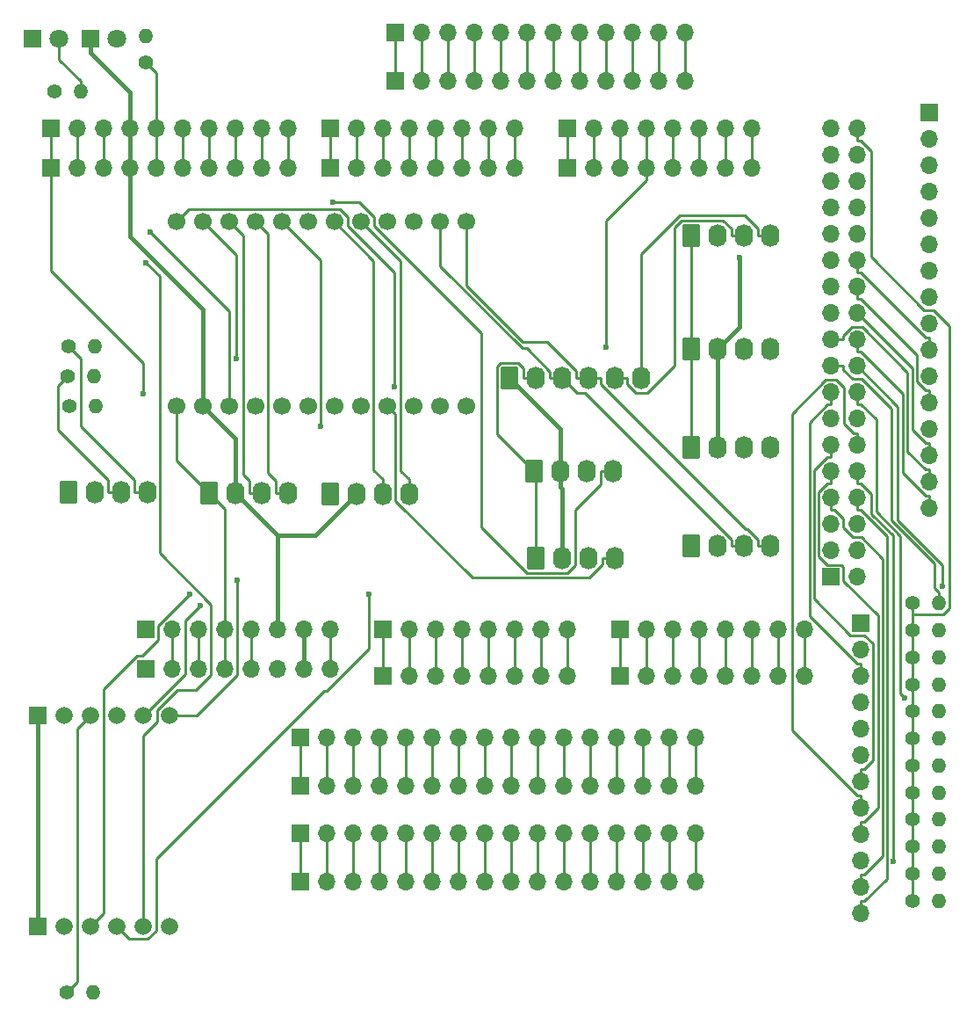
<source format=gbr>
%TF.GenerationSoftware,KiCad,Pcbnew,8.0.2-1*%
%TF.CreationDate,2024-08-19T19:19:17+10:00*%
%TF.ProjectId,Forward OLED,466f7277-6172-4642-904f-4c45442e6b69,rev?*%
%TF.SameCoordinates,Original*%
%TF.FileFunction,Copper,L2,Bot*%
%TF.FilePolarity,Positive*%
%FSLAX46Y46*%
G04 Gerber Fmt 4.6, Leading zero omitted, Abs format (unit mm)*
G04 Created by KiCad (PCBNEW 8.0.2-1) date 2024-08-19 19:19:17*
%MOMM*%
%LPD*%
G01*
G04 APERTURE LIST*
G04 Aperture macros list*
%AMRoundRect*
0 Rectangle with rounded corners*
0 $1 Rounding radius*
0 $2 $3 $4 $5 $6 $7 $8 $9 X,Y pos of 4 corners*
0 Add a 4 corners polygon primitive as box body*
4,1,4,$2,$3,$4,$5,$6,$7,$8,$9,$2,$3,0*
0 Add four circle primitives for the rounded corners*
1,1,$1+$1,$2,$3*
1,1,$1+$1,$4,$5*
1,1,$1+$1,$6,$7*
1,1,$1+$1,$8,$9*
0 Add four rect primitives between the rounded corners*
20,1,$1+$1,$2,$3,$4,$5,0*
20,1,$1+$1,$4,$5,$6,$7,0*
20,1,$1+$1,$6,$7,$8,$9,0*
20,1,$1+$1,$8,$9,$2,$3,0*%
G04 Aperture macros list end*
%TA.AperFunction,ComponentPad*%
%ADD10R,1.700000X1.700000*%
%TD*%
%TA.AperFunction,ComponentPad*%
%ADD11O,1.700000X1.700000*%
%TD*%
%TA.AperFunction,ComponentPad*%
%ADD12C,1.700000*%
%TD*%
%TA.AperFunction,ComponentPad*%
%ADD13C,1.400000*%
%TD*%
%TA.AperFunction,ComponentPad*%
%ADD14O,1.400000X1.400000*%
%TD*%
%TA.AperFunction,ComponentPad*%
%ADD15RoundRect,0.250000X-0.620000X-0.845000X0.620000X-0.845000X0.620000X0.845000X-0.620000X0.845000X0*%
%TD*%
%TA.AperFunction,ComponentPad*%
%ADD16O,1.740000X2.190000*%
%TD*%
%TA.AperFunction,ComponentPad*%
%ADD17R,1.800000X1.800000*%
%TD*%
%TA.AperFunction,ComponentPad*%
%ADD18C,1.800000*%
%TD*%
%TA.AperFunction,ComponentPad*%
%ADD19R,1.665000X1.665000*%
%TD*%
%TA.AperFunction,ComponentPad*%
%ADD20C,1.665000*%
%TD*%
%TA.AperFunction,ViaPad*%
%ADD21C,0.600000*%
%TD*%
%TA.AperFunction,Conductor*%
%ADD22C,0.400000*%
%TD*%
%TA.AperFunction,Conductor*%
%ADD23C,0.250000*%
%TD*%
G04 APERTURE END LIST*
D10*
%TO.P,J45,1,Pin_1*%
%TO.N,GND*%
X193980000Y-92380000D03*
D11*
%TO.P,J45,2,Pin_2*%
X196520000Y-92380000D03*
%TO.P,J45,3,Pin_3*%
%TO.N,SCLK*%
X193980000Y-89840000D03*
%TO.P,J45,4,Pin_4*%
%TO.N,ES1_RST*%
X196520000Y-89840000D03*
%TO.P,J45,5,Pin_5*%
%TO.N,MISO*%
X193980000Y-87300000D03*
%TO.P,J45,6,Pin_6*%
%TO.N,MOSI*%
X196520000Y-87300000D03*
%TO.P,J45,7,Pin_7*%
%TO.N,D48*%
X193980000Y-84760000D03*
%TO.P,J45,8,Pin_8*%
%TO.N,D49*%
X196520000Y-84760000D03*
%TO.P,J45,9,Pin_9*%
%TO.N,D46*%
X193980000Y-82220000D03*
%TO.P,J45,10,Pin_10*%
%TO.N,D47*%
X196520000Y-82220000D03*
%TO.P,J45,11,Pin_11*%
%TO.N,D44*%
X193980000Y-79680000D03*
%TO.P,J45,12,Pin_12*%
%TO.N,D45*%
X196520000Y-79680000D03*
%TO.P,J45,13,Pin_13*%
%TO.N,D42*%
X193980000Y-77140000D03*
%TO.P,J45,14,Pin_14*%
%TO.N,D43*%
X196520000Y-77140000D03*
%TO.P,J45,15,Pin_15*%
%TO.N,D40*%
X193980000Y-74600000D03*
%TO.P,J45,16,Pin_16*%
%TO.N,D41*%
X196520000Y-74600000D03*
%TO.P,J45,17,Pin_17*%
%TO.N,D38*%
X193980000Y-72060000D03*
%TO.P,J45,18,Pin_18*%
%TO.N,D39*%
X196520000Y-72060000D03*
%TO.P,J45,19,Pin_19*%
%TO.N,D36*%
X193980000Y-69520000D03*
%TO.P,J45,20,Pin_20*%
%TO.N,D37*%
X196520000Y-69520000D03*
%TO.P,J45,21,Pin_21*%
%TO.N,D34*%
X193980000Y-66980000D03*
%TO.P,J45,22,Pin_22*%
%TO.N,D35*%
X196520000Y-66980000D03*
%TO.P,J45,23,Pin_23*%
%TO.N,D32*%
X193980000Y-64440000D03*
%TO.P,J45,24,Pin_24*%
%TO.N,D33*%
X196520000Y-64440000D03*
%TO.P,J45,25,Pin_25*%
%TO.N,D30*%
X193980000Y-61900000D03*
%TO.P,J45,26,Pin_26*%
%TO.N,D31*%
X196520000Y-61900000D03*
%TO.P,J45,27,Pin_27*%
%TO.N,D28*%
X193980000Y-59360000D03*
%TO.P,J45,28,Pin_28*%
%TO.N,D29*%
X196520000Y-59360000D03*
%TO.P,J45,29,Pin_29*%
%TO.N,D26*%
X193980000Y-56820000D03*
%TO.P,J45,30,Pin_30*%
%TO.N,D27*%
X196520000Y-56820000D03*
%TO.P,J45,31,Pin_31*%
%TO.N,D24*%
X193980000Y-54280000D03*
%TO.P,J45,32,Pin_32*%
%TO.N,D25*%
X196520000Y-54280000D03*
%TO.P,J45,33,Pin_33*%
%TO.N,D22*%
X193980000Y-51740000D03*
%TO.P,J45,34,Pin_34*%
%TO.N,D23*%
X196520000Y-51740000D03*
%TO.P,J45,35,Pin_35*%
%TO.N,+5V*%
X193980000Y-49200000D03*
%TO.P,J45,36,Pin_36*%
X196520000Y-49200000D03*
%TD*%
D10*
%TO.P,J42,1,Pin_1*%
%TO.N,unconnected-(J42-Pin_1-Pad1)*%
X127940000Y-97460000D03*
D11*
%TO.P,J42,2,Pin_2*%
%TO.N,/IOREF*%
X130480000Y-97460000D03*
%TO.P,J42,3,Pin_3*%
%TO.N,/~{RESET}*%
X133020000Y-97460000D03*
%TO.P,J42,4,Pin_4*%
%TO.N,+3V3*%
X135560000Y-97460000D03*
%TO.P,J42,5,Pin_5*%
%TO.N,+5V*%
X138100000Y-97460000D03*
%TO.P,J42,6,Pin_6*%
%TO.N,GND*%
X140640000Y-97460000D03*
%TO.P,J42,7,Pin_7*%
X143180000Y-97460000D03*
%TO.P,J42,8,Pin_8*%
%TO.N,VCC*%
X145720000Y-97460000D03*
%TD*%
D10*
%TO.P,J43,1,Pin_1*%
%TO.N,A0 D54*%
X150800000Y-97460000D03*
D11*
%TO.P,J43,2,Pin_2*%
%TO.N,A1 D55*%
X153340000Y-97460000D03*
%TO.P,J43,3,Pin_3*%
%TO.N,A2 D56*%
X155880000Y-97460000D03*
%TO.P,J43,4,Pin_4*%
%TO.N,A3 D57*%
X158420000Y-97460000D03*
%TO.P,J43,5,Pin_5*%
%TO.N,A4 D58*%
X160960000Y-97460000D03*
%TO.P,J43,6,Pin_6*%
%TO.N,A5 D59*%
X163500000Y-97460000D03*
%TO.P,J43,7,Pin_7*%
%TO.N,A6 D60*%
X166040000Y-97460000D03*
%TO.P,J43,8,Pin_8*%
%TO.N,A7 D61*%
X168580000Y-97460000D03*
%TD*%
D10*
%TO.P,J44,1,Pin_1*%
%TO.N,A8 D62*%
X173660000Y-97460000D03*
D11*
%TO.P,J44,2,Pin_2*%
%TO.N,A9 D63*%
X176200000Y-97460000D03*
%TO.P,J44,3,Pin_3*%
%TO.N,A10 D64*%
X178740000Y-97460000D03*
%TO.P,J44,4,Pin_4*%
%TO.N,A11 D65*%
X181280000Y-97460000D03*
%TO.P,J44,5,Pin_5*%
%TO.N,A12 D66*%
X183820000Y-97460000D03*
%TO.P,J44,6,Pin_6*%
%TO.N,A13 D67*%
X186360000Y-97460000D03*
%TO.P,J44,7,Pin_7*%
%TO.N,A14 D68*%
X188900000Y-97460000D03*
%TO.P,J44,8,Pin_8*%
%TO.N,A15 D69*%
X191440000Y-97460000D03*
%TD*%
D10*
%TO.P,J46,1,Pin_1*%
%TO.N,D21 SCL*%
X118796000Y-49200000D03*
D11*
%TO.P,J46,2,Pin_2*%
%TO.N,D20 SDA*%
X121336000Y-49200000D03*
%TO.P,J46,3,Pin_3*%
%TO.N,/AREF*%
X123876000Y-49200000D03*
%TO.P,J46,4,Pin_4*%
%TO.N,GND*%
X126416000Y-49200000D03*
%TO.P,J46,5,Pin_5*%
%TO.N,/\u002A13*%
X128956000Y-49200000D03*
%TO.P,J46,6,Pin_6*%
%TO.N,/\u002A12*%
X131496000Y-49200000D03*
%TO.P,J46,7,Pin_7*%
%TO.N,D11*%
X134036000Y-49200000D03*
%TO.P,J46,8,Pin_8*%
%TO.N,SS*%
X136576000Y-49200000D03*
%TO.P,J46,9,Pin_9*%
%TO.N,D9*%
X139116000Y-49200000D03*
%TO.P,J46,10,Pin_10*%
%TO.N,D8*%
X141656000Y-49200000D03*
%TD*%
D10*
%TO.P,J47,1,Pin_1*%
%TO.N,D7*%
X145720000Y-49200000D03*
D11*
%TO.P,J47,2,Pin_2*%
%TO.N,D6*%
X148260000Y-49200000D03*
%TO.P,J47,3,Pin_3*%
%TO.N,D5*%
X150800000Y-49200000D03*
%TO.P,J47,4,Pin_4*%
%TO.N,D4*%
X153340000Y-49200000D03*
%TO.P,J47,5,Pin_5*%
%TO.N,D3*%
X155880000Y-49200000D03*
%TO.P,J47,6,Pin_6*%
%TO.N,BACKLIGHT*%
X158420000Y-49200000D03*
%TO.P,J47,7,Pin_7*%
%TO.N,/TX0{slash}1*%
X160960000Y-49200000D03*
%TO.P,J47,8,Pin_8*%
%TO.N,/RX0{slash}0*%
X163500000Y-49200000D03*
%TD*%
D10*
%TO.P,J48,1,Pin_1*%
%TO.N,D14*%
X168580000Y-49200000D03*
D11*
%TO.P,J48,2,Pin_2*%
%TO.N,D15*%
X171120000Y-49200000D03*
%TO.P,J48,3,Pin_3*%
%TO.N,D16*%
X173660000Y-49200000D03*
%TO.P,J48,4,Pin_4*%
%TO.N,D17*%
X176200000Y-49200000D03*
%TO.P,J48,5,Pin_5*%
%TO.N,D18*%
X178740000Y-49200000D03*
%TO.P,J48,6,Pin_6*%
%TO.N,D19*%
X181280000Y-49200000D03*
%TO.P,J48,7,Pin_7*%
%TO.N,D20 SDA*%
X183820000Y-49200000D03*
%TO.P,J48,8,Pin_8*%
%TO.N,D21 SCL*%
X186360000Y-49200000D03*
%TD*%
D12*
%TO.P,U4,1,VCC*%
%TO.N,+3V3*%
X130900000Y-75930000D03*
%TO.P,U4,2,GND*%
%TO.N,GND*%
X133440000Y-75930000D03*
%TO.P,U4,3,SDA*%
%TO.N,D20 SDA*%
X135980000Y-75930000D03*
%TO.P,U4,4,SCL*%
%TO.N,D21 SCL*%
X138520000Y-75930000D03*
%TO.P,U4,5,~{RESET}*%
%TO.N,D16*%
X141060000Y-75930000D03*
%TO.P,U4,6,A0*%
%TO.N,D19*%
X143600000Y-75930000D03*
%TO.P,U4,7,A1*%
%TO.N,D18*%
X146140000Y-75930000D03*
%TO.P,U4,8,A2*%
%TO.N,D17*%
X148680000Y-75930000D03*
%TO.P,U4,9,SD0*%
%TO.N,/OLED/SD0*%
X151220000Y-75930000D03*
%TO.P,U4,10,SC0*%
%TO.N,/OLED/SC0*%
X153760000Y-75930000D03*
%TO.P,U4,11,SD1*%
%TO.N,/OLED/SD1*%
X156300000Y-75930000D03*
%TO.P,U4,12,SC1*%
%TO.N,/OLED/SC1*%
X158840000Y-75930000D03*
%TO.P,U4,13,SD2*%
%TO.N,/OLED/SD2*%
X158840000Y-58150000D03*
%TO.P,U4,14,SC2*%
%TO.N,/OLED/SC2*%
X156300000Y-58150000D03*
%TO.P,U4,15,SD3*%
%TO.N,/OLED/SD3*%
X153760000Y-58150000D03*
%TO.P,U4,16,SC3*%
%TO.N,/OLED/SC3*%
X151220000Y-58150000D03*
%TO.P,U4,17,SD4*%
%TO.N,/OLED/SD4*%
X148680000Y-58150000D03*
%TO.P,U4,18,SC4*%
%TO.N,/OLED/SC4*%
X146140000Y-58150000D03*
%TO.P,U4,19,SD5*%
%TO.N,/OLED/SD5*%
X143600000Y-58150000D03*
%TO.P,U4,20,SC5*%
%TO.N,/OLED/SC5*%
X141060000Y-58150000D03*
%TO.P,U4,21,SD6*%
%TO.N,/OLED/SD6*%
X138520000Y-58150000D03*
%TO.P,U4,22,SC6*%
%TO.N,/OLED/SC6*%
X135980000Y-58150000D03*
%TO.P,U4,23,SD7*%
%TO.N,/OLED/SD7*%
X133440000Y-58150000D03*
%TO.P,U4,24,SC7*%
%TO.N,/OLED/SC7*%
X130900000Y-58150000D03*
%TD*%
D13*
%TO.P,R4,1*%
%TO.N,/\u002A12*%
X119100000Y-45644000D03*
D14*
%TO.P,R4,2*%
%TO.N,Net-(D2-A)*%
X121640000Y-45644000D03*
%TD*%
D13*
%TO.P,R16,1*%
%TO.N,+5V*%
X201850000Y-94900000D03*
D14*
%TO.P,R16,2*%
%TO.N,D38*%
X204390000Y-94900000D03*
%TD*%
D13*
%TO.P,R2,1*%
%TO.N,Net-(J3-Pin_3)*%
X120430000Y-73050000D03*
D14*
%TO.P,R2,2*%
%TO.N,D3*%
X122970000Y-73050000D03*
%TD*%
D15*
%TO.P,J56,1,Pin_1*%
%TO.N,+3V3*%
X180480000Y-70432200D03*
D16*
%TO.P,J56,2,Pin_2*%
%TO.N,GND*%
X183020000Y-70432200D03*
%TO.P,J56,3,Pin_3*%
%TO.N,/OLED/SC3*%
X185560000Y-70432200D03*
%TO.P,J56,4,Pin_4*%
%TO.N,/OLED/SD3*%
X188100000Y-70432200D03*
%TD*%
D13*
%TO.P,R19,1*%
%TO.N,+5V*%
X201850000Y-102713600D03*
D14*
%TO.P,R19,2*%
%TO.N,D41*%
X204390000Y-102713600D03*
%TD*%
D13*
%TO.P,R5,1*%
%TO.N,+3V3*%
X120325000Y-132385000D03*
D14*
%TO.P,R5,2*%
%TO.N,Net-(U1-INT)*%
X122865000Y-132385000D03*
%TD*%
D15*
%TO.P,J21,1,Pin_1*%
%TO.N,+3V3*%
X165510000Y-90550000D03*
D16*
%TO.P,J21,2,Pin_2*%
%TO.N,GND*%
X168050000Y-90550000D03*
%TO.P,J21,3,Pin_3*%
%TO.N,/OLED/SC0*%
X170590000Y-90550000D03*
%TO.P,J21,4,Pin_4*%
%TO.N,/OLED/SD0*%
X173130000Y-90550000D03*
%TD*%
D10*
%TO.P,J33,1,Pin_1*%
%TO.N,A8 D62*%
X173660000Y-101905000D03*
D11*
%TO.P,J33,2,Pin_2*%
%TO.N,A9 D63*%
X176200000Y-101905000D03*
%TO.P,J33,3,Pin_3*%
%TO.N,A10 D64*%
X178740000Y-101905000D03*
%TO.P,J33,4,Pin_4*%
%TO.N,A11 D65*%
X181280000Y-101905000D03*
%TO.P,J33,5,Pin_5*%
%TO.N,A12 D66*%
X183820000Y-101905000D03*
%TO.P,J33,6,Pin_6*%
%TO.N,A13 D67*%
X186360000Y-101905000D03*
%TO.P,J33,7,Pin_7*%
%TO.N,A14 D68*%
X188900000Y-101905000D03*
%TO.P,J33,8,Pin_8*%
%TO.N,A15 D69*%
X191440000Y-101905000D03*
%TD*%
D13*
%TO.P,R28,1*%
%TO.N,Net-(J3-Pin_4)*%
X120480000Y-70150000D03*
D14*
%TO.P,R28,2*%
%TO.N,BACKLIGHT*%
X123020000Y-70150000D03*
%TD*%
D10*
%TO.P,J2,1,Pin_1*%
%TO.N,D38*%
X196850000Y-96810000D03*
D11*
%TO.P,J2,2,Pin_2*%
%TO.N,D39*%
X196850000Y-99350000D03*
%TO.P,J2,3,Pin_3*%
%TO.N,D40*%
X196850000Y-101890000D03*
%TO.P,J2,4,Pin_4*%
%TO.N,D41*%
X196850000Y-104430000D03*
%TO.P,J2,5,Pin_5*%
%TO.N,D42*%
X196850000Y-106970000D03*
%TO.P,J2,6,Pin_6*%
%TO.N,D43*%
X196850000Y-109510000D03*
%TO.P,J2,7,Pin_7*%
%TO.N,D44*%
X196850000Y-112050000D03*
%TO.P,J2,8,Pin_8*%
%TO.N,D45*%
X196850000Y-114590000D03*
%TO.P,J2,9,Pin_9*%
%TO.N,D46*%
X196850000Y-117130000D03*
%TO.P,J2,10,Pin_10*%
%TO.N,D47*%
X196850000Y-119670000D03*
%TO.P,J2,11,Pin_11*%
%TO.N,D48*%
X196850000Y-122210000D03*
%TO.P,J2,12,Pin_12*%
%TO.N,D49*%
X196850000Y-124750000D03*
%TD*%
D10*
%TO.P,J41,1,Pin_1*%
%TO.N,unconnected-(J41-Pin_1-Pad1)*%
X127940000Y-101270000D03*
D11*
%TO.P,J41,2,Pin_2*%
%TO.N,/IOREF*%
X130480000Y-101270000D03*
%TO.P,J41,3,Pin_3*%
%TO.N,/~{RESET}*%
X133020000Y-101270000D03*
%TO.P,J41,4,Pin_4*%
%TO.N,+3V3*%
X135560000Y-101270000D03*
%TO.P,J41,5,Pin_5*%
%TO.N,+5V*%
X138100000Y-101270000D03*
%TO.P,J41,6,Pin_6*%
%TO.N,GND*%
X140640000Y-101270000D03*
%TO.P,J41,7,Pin_7*%
X143180000Y-101270000D03*
%TO.P,J41,8,Pin_8*%
%TO.N,VCC*%
X145720000Y-101270000D03*
%TD*%
D10*
%TO.P,J37,1,Pin_1*%
%TO.N,Net-(J35-Pin_1)*%
X151980000Y-39950000D03*
D11*
%TO.P,J37,2,Pin_2*%
%TO.N,Net-(J35-Pin_2)*%
X154520000Y-39950000D03*
%TO.P,J37,3,Pin_3*%
%TO.N,Net-(J35-Pin_3)*%
X157060000Y-39950000D03*
%TO.P,J37,4,Pin_4*%
%TO.N,Net-(J35-Pin_4)*%
X159600000Y-39950000D03*
%TO.P,J37,5,Pin_5*%
%TO.N,Net-(J35-Pin_5)*%
X162140000Y-39950000D03*
%TO.P,J37,6,Pin_6*%
%TO.N,Net-(J35-Pin_6)*%
X164680000Y-39950000D03*
%TO.P,J37,7,Pin_7*%
%TO.N,Net-(J35-Pin_7)*%
X167220000Y-39950000D03*
%TO.P,J37,8,Pin_8*%
%TO.N,Net-(J35-Pin_8)*%
X169760000Y-39950000D03*
%TO.P,J37,9,Pin_9*%
%TO.N,Net-(J35-Pin_9)*%
X172300000Y-39950000D03*
%TO.P,J37,10,Pin_10*%
%TO.N,Net-(J35-Pin_10)*%
X174840000Y-39950000D03*
%TO.P,J37,11,Pin_11*%
%TO.N,Net-(J35-Pin_11)*%
X177380000Y-39950000D03*
%TO.P,J37,12,Pin_12*%
%TO.N,Net-(J35-Pin_12)*%
X179920000Y-39950000D03*
%TD*%
D10*
%TO.P,J50,1,Pin_1*%
%TO.N,Net-(J40-Pin_1)*%
X142820000Y-107800000D03*
D11*
%TO.P,J50,2,Pin_2*%
%TO.N,Net-(J40-Pin_2)*%
X145360000Y-107800000D03*
%TO.P,J50,3,Pin_3*%
%TO.N,Net-(J40-Pin_3)*%
X147900000Y-107800000D03*
%TO.P,J50,4,Pin_4*%
%TO.N,Net-(J40-Pin_4)*%
X150440000Y-107800000D03*
%TO.P,J50,5,Pin_5*%
%TO.N,Net-(J40-Pin_5)*%
X152980000Y-107800000D03*
%TO.P,J50,6,Pin_6*%
%TO.N,Net-(J40-Pin_6)*%
X155520000Y-107800000D03*
%TO.P,J50,7,Pin_7*%
%TO.N,Net-(J40-Pin_7)*%
X158060000Y-107800000D03*
%TO.P,J50,8,Pin_8*%
%TO.N,Net-(J40-Pin_8)*%
X160600000Y-107800000D03*
%TO.P,J50,9,Pin_9*%
%TO.N,Net-(J40-Pin_9)*%
X163140000Y-107800000D03*
%TO.P,J50,10,Pin_10*%
%TO.N,Net-(J40-Pin_10)*%
X165680000Y-107800000D03*
%TO.P,J50,11,Pin_11*%
%TO.N,Net-(J40-Pin_11)*%
X168220000Y-107800000D03*
%TO.P,J50,12,Pin_12*%
%TO.N,Net-(J40-Pin_12)*%
X170760000Y-107800000D03*
%TO.P,J50,13,Pin_13*%
%TO.N,Net-(J40-Pin_13)*%
X173300000Y-107800000D03*
%TO.P,J50,14,Pin_14*%
%TO.N,Net-(J40-Pin_14)*%
X175840000Y-107800000D03*
%TO.P,J50,15,Pin_15*%
%TO.N,Net-(J40-Pin_15)*%
X178380000Y-107800000D03*
%TO.P,J50,16,Pin_16*%
%TO.N,Net-(J40-Pin_16)*%
X180920000Y-107800000D03*
%TD*%
D13*
%TO.P,R18,1*%
%TO.N,+5V*%
X201850000Y-100109100D03*
D14*
%TO.P,R18,2*%
%TO.N,D40*%
X204390000Y-100109100D03*
%TD*%
D10*
%TO.P,J38,1,Pin_1*%
%TO.N,Net-(J38-Pin_1)*%
X142820000Y-121750000D03*
D11*
%TO.P,J38,2,Pin_2*%
%TO.N,Net-(J38-Pin_2)*%
X145360000Y-121750000D03*
%TO.P,J38,3,Pin_3*%
%TO.N,Net-(J38-Pin_3)*%
X147900000Y-121750000D03*
%TO.P,J38,4,Pin_4*%
%TO.N,Net-(J38-Pin_4)*%
X150440000Y-121750000D03*
%TO.P,J38,5,Pin_5*%
%TO.N,Net-(J38-Pin_5)*%
X152980000Y-121750000D03*
%TO.P,J38,6,Pin_6*%
%TO.N,Net-(J38-Pin_6)*%
X155520000Y-121750000D03*
%TO.P,J38,7,Pin_7*%
%TO.N,Net-(J38-Pin_7)*%
X158060000Y-121750000D03*
%TO.P,J38,8,Pin_8*%
%TO.N,Net-(J38-Pin_8)*%
X160600000Y-121750000D03*
%TO.P,J38,9,Pin_9*%
%TO.N,Net-(J38-Pin_9)*%
X163140000Y-121750000D03*
%TO.P,J38,10,Pin_10*%
%TO.N,Net-(J38-Pin_10)*%
X165680000Y-121750000D03*
%TO.P,J38,11,Pin_11*%
%TO.N,Net-(J38-Pin_11)*%
X168220000Y-121750000D03*
%TO.P,J38,12,Pin_12*%
%TO.N,Net-(J38-Pin_12)*%
X170760000Y-121750000D03*
%TO.P,J38,13,Pin_13*%
%TO.N,Net-(J38-Pin_13)*%
X173300000Y-121750000D03*
%TO.P,J38,14,Pin_14*%
%TO.N,Net-(J38-Pin_14)*%
X175840000Y-121750000D03*
%TO.P,J38,15,Pin_15*%
%TO.N,Net-(J38-Pin_15)*%
X178380000Y-121750000D03*
%TO.P,J38,16,Pin_16*%
%TO.N,Net-(J38-Pin_16)*%
X180920000Y-121750000D03*
%TD*%
D13*
%TO.P,R20,1*%
%TO.N,+5V*%
X201850000Y-105318200D03*
D14*
%TO.P,R20,2*%
%TO.N,D42*%
X204390000Y-105318200D03*
%TD*%
D10*
%TO.P,J35,1,Pin_1*%
%TO.N,Net-(J35-Pin_1)*%
X151980000Y-44550000D03*
D11*
%TO.P,J35,2,Pin_2*%
%TO.N,Net-(J35-Pin_2)*%
X154520000Y-44550000D03*
%TO.P,J35,3,Pin_3*%
%TO.N,Net-(J35-Pin_3)*%
X157060000Y-44550000D03*
%TO.P,J35,4,Pin_4*%
%TO.N,Net-(J35-Pin_4)*%
X159600000Y-44550000D03*
%TO.P,J35,5,Pin_5*%
%TO.N,Net-(J35-Pin_5)*%
X162140000Y-44550000D03*
%TO.P,J35,6,Pin_6*%
%TO.N,Net-(J35-Pin_6)*%
X164680000Y-44550000D03*
%TO.P,J35,7,Pin_7*%
%TO.N,Net-(J35-Pin_7)*%
X167220000Y-44550000D03*
%TO.P,J35,8,Pin_8*%
%TO.N,Net-(J35-Pin_8)*%
X169760000Y-44550000D03*
%TO.P,J35,9,Pin_9*%
%TO.N,Net-(J35-Pin_9)*%
X172300000Y-44550000D03*
%TO.P,J35,10,Pin_10*%
%TO.N,Net-(J35-Pin_10)*%
X174840000Y-44550000D03*
%TO.P,J35,11,Pin_11*%
%TO.N,Net-(J35-Pin_11)*%
X177380000Y-44550000D03*
%TO.P,J35,12,Pin_12*%
%TO.N,Net-(J35-Pin_12)*%
X179920000Y-44550000D03*
%TD*%
D13*
%TO.P,R21,1*%
%TO.N,+5V*%
X201850000Y-107922700D03*
D14*
%TO.P,R21,2*%
%TO.N,D43*%
X204390000Y-107922700D03*
%TD*%
D13*
%TO.P,R27,1*%
%TO.N,+5V*%
X201850000Y-123550000D03*
D14*
%TO.P,R27,2*%
%TO.N,D49*%
X204390000Y-123550000D03*
%TD*%
D10*
%TO.P,J26,1,Pin_1*%
%TO.N,D14*%
X168580000Y-53010000D03*
D11*
%TO.P,J26,2,Pin_2*%
%TO.N,D15*%
X171120000Y-53010000D03*
%TO.P,J26,3,Pin_3*%
%TO.N,D16*%
X173660000Y-53010000D03*
%TO.P,J26,4,Pin_4*%
%TO.N,D17*%
X176200000Y-53010000D03*
%TO.P,J26,5,Pin_5*%
%TO.N,D18*%
X178740000Y-53010000D03*
%TO.P,J26,6,Pin_6*%
%TO.N,D19*%
X181280000Y-53010000D03*
%TO.P,J26,7,Pin_7*%
%TO.N,D20 SDA*%
X183820000Y-53010000D03*
%TO.P,J26,8,Pin_8*%
%TO.N,D21 SCL*%
X186360000Y-53010000D03*
%TD*%
D13*
%TO.P,R17,1*%
%TO.N,+5V*%
X201850000Y-97504500D03*
D14*
%TO.P,R17,2*%
%TO.N,D39*%
X204390000Y-97504500D03*
%TD*%
D13*
%TO.P,R26,1*%
%TO.N,+5V*%
X201850000Y-120945400D03*
D14*
%TO.P,R26,2*%
%TO.N,D48*%
X204390000Y-120945400D03*
%TD*%
D13*
%TO.P,R23,1*%
%TO.N,+5V*%
X201850000Y-113131800D03*
D14*
%TO.P,R23,2*%
%TO.N,D45*%
X204390000Y-113131800D03*
%TD*%
D15*
%TO.P,J57,1,Pin_1*%
%TO.N,+3V3*%
X145710000Y-84400000D03*
D16*
%TO.P,J57,2,Pin_2*%
%TO.N,GND*%
X148250000Y-84400000D03*
%TO.P,J57,3,Pin_3*%
%TO.N,/OLED/SC4*%
X150790000Y-84400000D03*
%TO.P,J57,4,Pin_4*%
%TO.N,/OLED/SD4*%
X153330000Y-84400000D03*
%TD*%
D15*
%TO.P,J59,1,Pin_1*%
%TO.N,+3V3*%
X134010000Y-84300000D03*
D16*
%TO.P,J59,2,Pin_2*%
%TO.N,GND*%
X136550000Y-84300000D03*
%TO.P,J59,3,Pin_3*%
%TO.N,/OLED/SC6*%
X139090000Y-84300000D03*
%TO.P,J59,4,Pin_4*%
%TO.N,/OLED/SD6*%
X141630000Y-84300000D03*
%TD*%
D15*
%TO.P,J5,1,Pin_1*%
%TO.N,GND*%
X163000000Y-73200000D03*
D16*
%TO.P,J5,2,Pin_2*%
%TO.N,+3V3*%
X165540000Y-73200000D03*
%TO.P,J5,3,Pin_3*%
%TO.N,/OLED/SC2*%
X168080000Y-73200000D03*
%TO.P,J5,4,Pin_4*%
%TO.N,/OLED/SD2*%
X170620000Y-73200000D03*
%TO.P,J5,5,Pin_5*%
%TO.N,/OLED/SC1*%
X173160000Y-73200000D03*
%TO.P,J5,6,Pin_6*%
%TO.N,/OLED/SD1*%
X175700000Y-73200000D03*
%TD*%
D15*
%TO.P,J58,1,Pin_1*%
%TO.N,+3V3*%
X165390000Y-82220000D03*
D16*
%TO.P,J58,2,Pin_2*%
%TO.N,GND*%
X167930000Y-82220000D03*
%TO.P,J58,3,Pin_3*%
%TO.N,/OLED/SC5*%
X170470000Y-82220000D03*
%TO.P,J58,4,Pin_4*%
%TO.N,/OLED/SD5*%
X173010000Y-82220000D03*
%TD*%
D10*
%TO.P,J1,1,Pin_1*%
%TO.N,D22*%
X203450000Y-47600000D03*
D11*
%TO.P,J1,2,Pin_2*%
%TO.N,D23*%
X203450000Y-50140000D03*
%TO.P,J1,3,Pin_3*%
%TO.N,D24*%
X203450000Y-52680000D03*
%TO.P,J1,4,Pin_4*%
%TO.N,D25*%
X203450000Y-55220000D03*
%TO.P,J1,5,Pin_5*%
%TO.N,D26*%
X203450000Y-57760000D03*
%TO.P,J1,6,Pin_6*%
%TO.N,D27*%
X203450000Y-60300000D03*
%TO.P,J1,7,Pin_7*%
%TO.N,D28*%
X203450000Y-62840000D03*
%TO.P,J1,8,Pin_8*%
%TO.N,D29*%
X203450000Y-65380000D03*
%TO.P,J1,9,Pin_9*%
%TO.N,D30*%
X203450000Y-67920000D03*
%TO.P,J1,10,Pin_10*%
%TO.N,D31*%
X203450000Y-70460000D03*
%TO.P,J1,11,Pin_11*%
%TO.N,D32*%
X203450000Y-73000000D03*
%TO.P,J1,12,Pin_12*%
%TO.N,D33*%
X203450000Y-75540000D03*
%TO.P,J1,13,Pin_13*%
%TO.N,D34*%
X203450000Y-78080000D03*
%TO.P,J1,14,Pin_14*%
%TO.N,D35*%
X203450000Y-80620000D03*
%TO.P,J1,15,Pin_15*%
%TO.N,D36*%
X203450000Y-83160000D03*
%TO.P,J1,16,Pin_16*%
%TO.N,D37*%
X203450000Y-85700000D03*
%TD*%
D10*
%TO.P,J25,1,Pin_1*%
%TO.N,D7*%
X145720000Y-53010000D03*
D11*
%TO.P,J25,2,Pin_2*%
%TO.N,D6*%
X148260000Y-53010000D03*
%TO.P,J25,3,Pin_3*%
%TO.N,D5*%
X150800000Y-53010000D03*
%TO.P,J25,4,Pin_4*%
%TO.N,D4*%
X153340000Y-53010000D03*
%TO.P,J25,5,Pin_5*%
%TO.N,D3*%
X155880000Y-53010000D03*
%TO.P,J25,6,Pin_6*%
%TO.N,BACKLIGHT*%
X158420000Y-53010000D03*
%TO.P,J25,7,Pin_7*%
%TO.N,/TX0{slash}1*%
X160960000Y-53010000D03*
%TO.P,J25,8,Pin_8*%
%TO.N,/RX0{slash}0*%
X163500000Y-53010000D03*
%TD*%
D10*
%TO.P,J32,1,Pin_1*%
%TO.N,A0 D54*%
X150800000Y-101905000D03*
D11*
%TO.P,J32,2,Pin_2*%
%TO.N,A1 D55*%
X153340000Y-101905000D03*
%TO.P,J32,3,Pin_3*%
%TO.N,A2 D56*%
X155880000Y-101905000D03*
%TO.P,J32,4,Pin_4*%
%TO.N,A3 D57*%
X158420000Y-101905000D03*
%TO.P,J32,5,Pin_5*%
%TO.N,A4 D58*%
X160960000Y-101905000D03*
%TO.P,J32,6,Pin_6*%
%TO.N,A5 D59*%
X163500000Y-101905000D03*
%TO.P,J32,7,Pin_7*%
%TO.N,A6 D60*%
X166040000Y-101905000D03*
%TO.P,J32,8,Pin_8*%
%TO.N,A7 D61*%
X168580000Y-101905000D03*
%TD*%
D13*
%TO.P,R1,1*%
%TO.N,Net-(J3-Pin_2)*%
X120560000Y-75950000D03*
D14*
%TO.P,R1,2*%
%TO.N,D4*%
X123100000Y-75950000D03*
%TD*%
D13*
%TO.P,R24,1*%
%TO.N,+5V*%
X201850000Y-115736400D03*
D14*
%TO.P,R24,2*%
%TO.N,D46*%
X204390000Y-115736400D03*
%TD*%
D13*
%TO.P,R25,1*%
%TO.N,+5V*%
X201850000Y-118340900D03*
D14*
%TO.P,R25,2*%
%TO.N,D47*%
X204390000Y-118340900D03*
%TD*%
D17*
%TO.P,D1,1,K*%
%TO.N,GND*%
X122601000Y-40564000D03*
D18*
%TO.P,D1,2,A*%
%TO.N,Net-(D1-A)*%
X125141000Y-40564000D03*
%TD*%
D15*
%TO.P,J3,1,Pin_1*%
%TO.N,+5V*%
X120440000Y-84220000D03*
D16*
%TO.P,J3,2,Pin_2*%
%TO.N,Net-(J3-Pin_2)*%
X122980000Y-84220000D03*
%TO.P,J3,3,Pin_3*%
%TO.N,Net-(J3-Pin_3)*%
X125520000Y-84220000D03*
%TO.P,J3,4,Pin_4*%
%TO.N,Net-(J3-Pin_4)*%
X128060000Y-84220000D03*
%TD*%
D15*
%TO.P,J36,1,Pin_1*%
%TO.N,+3V3*%
X180480000Y-59450000D03*
D16*
%TO.P,J36,2,Pin_2*%
%TO.N,GND*%
X183020000Y-59450000D03*
%TO.P,J36,3,Pin_3*%
%TO.N,/OLED/SC1*%
X185560000Y-59450000D03*
%TO.P,J36,4,Pin_4*%
%TO.N,/OLED/SD1*%
X188100000Y-59450000D03*
%TD*%
D15*
%TO.P,J60,1,Pin_1*%
%TO.N,+3V3*%
X180480000Y-79891100D03*
D16*
%TO.P,J60,2,Pin_2*%
%TO.N,GND*%
X183020000Y-79891100D03*
%TO.P,J60,3,Pin_3*%
%TO.N,/OLED/SC7*%
X185560000Y-79891100D03*
%TO.P,J60,4,Pin_4*%
%TO.N,/OLED/SD7*%
X188100000Y-79891100D03*
%TD*%
D13*
%TO.P,R3,1*%
%TO.N,/\u002A13*%
X127940000Y-42800000D03*
D14*
%TO.P,R3,2*%
%TO.N,Net-(D1-A)*%
X127940000Y-40260000D03*
%TD*%
D10*
%TO.P,J40,1,Pin_1*%
%TO.N,Net-(J40-Pin_1)*%
X142820000Y-112450000D03*
D11*
%TO.P,J40,2,Pin_2*%
%TO.N,Net-(J40-Pin_2)*%
X145360000Y-112450000D03*
%TO.P,J40,3,Pin_3*%
%TO.N,Net-(J40-Pin_3)*%
X147900000Y-112450000D03*
%TO.P,J40,4,Pin_4*%
%TO.N,Net-(J40-Pin_4)*%
X150440000Y-112450000D03*
%TO.P,J40,5,Pin_5*%
%TO.N,Net-(J40-Pin_5)*%
X152980000Y-112450000D03*
%TO.P,J40,6,Pin_6*%
%TO.N,Net-(J40-Pin_6)*%
X155520000Y-112450000D03*
%TO.P,J40,7,Pin_7*%
%TO.N,Net-(J40-Pin_7)*%
X158060000Y-112450000D03*
%TO.P,J40,8,Pin_8*%
%TO.N,Net-(J40-Pin_8)*%
X160600000Y-112450000D03*
%TO.P,J40,9,Pin_9*%
%TO.N,Net-(J40-Pin_9)*%
X163140000Y-112450000D03*
%TO.P,J40,10,Pin_10*%
%TO.N,Net-(J40-Pin_10)*%
X165680000Y-112450000D03*
%TO.P,J40,11,Pin_11*%
%TO.N,Net-(J40-Pin_11)*%
X168220000Y-112450000D03*
%TO.P,J40,12,Pin_12*%
%TO.N,Net-(J40-Pin_12)*%
X170760000Y-112450000D03*
%TO.P,J40,13,Pin_13*%
%TO.N,Net-(J40-Pin_13)*%
X173300000Y-112450000D03*
%TO.P,J40,14,Pin_14*%
%TO.N,Net-(J40-Pin_14)*%
X175840000Y-112450000D03*
%TO.P,J40,15,Pin_15*%
%TO.N,Net-(J40-Pin_15)*%
X178380000Y-112450000D03*
%TO.P,J40,16,Pin_16*%
%TO.N,Net-(J40-Pin_16)*%
X180920000Y-112450000D03*
%TD*%
D19*
%TO.P,U1,A1,GND_1*%
%TO.N,GND*%
X117495000Y-126035000D03*
D20*
%TO.P,U1,A2,GND_2*%
X120035000Y-126035000D03*
%TO.P,U1,A3,MOSI*%
%TO.N,MOSI*%
X122575000Y-126035000D03*
%TO.P,U1,A4,SCLK*%
%TO.N,SCLK*%
X125115000Y-126035000D03*
%TO.P,U1,A5,CS*%
%TO.N,SS*%
X127655000Y-126035000D03*
%TO.P,U1,A6,INT*%
%TO.N,Net-(U1-INT)*%
X130195000Y-126035000D03*
D19*
%TO.P,U1,B1,GND_3*%
%TO.N,GND*%
X117495000Y-105715000D03*
D20*
%TO.P,U1,B2,3V3_1*%
%TO.N,+3V3*%
X120035000Y-105715000D03*
%TO.P,U1,B3,3V3_2*%
X122575000Y-105715000D03*
%TO.P,U1,B4,NC*%
%TO.N,unconnected-(U1-NC-PadB4)*%
X125115000Y-105715000D03*
%TO.P,U1,B5,RST*%
%TO.N,ES1_RST*%
X127655000Y-105715000D03*
%TO.P,U1,B6,MISO*%
%TO.N,MISO*%
X130195000Y-105715000D03*
%TD*%
D10*
%TO.P,J24,1,Pin_1*%
%TO.N,D21 SCL*%
X118796000Y-52985000D03*
D11*
%TO.P,J24,2,Pin_2*%
%TO.N,D20 SDA*%
X121336000Y-52985000D03*
%TO.P,J24,3,Pin_3*%
%TO.N,/AREF*%
X123876000Y-52985000D03*
%TO.P,J24,4,Pin_4*%
%TO.N,GND*%
X126416000Y-52985000D03*
%TO.P,J24,5,Pin_5*%
%TO.N,/\u002A13*%
X128956000Y-52985000D03*
%TO.P,J24,6,Pin_6*%
%TO.N,/\u002A12*%
X131496000Y-52985000D03*
%TO.P,J24,7,Pin_7*%
%TO.N,D11*%
X134036000Y-52985000D03*
%TO.P,J24,8,Pin_8*%
%TO.N,SS*%
X136576000Y-52985000D03*
%TO.P,J24,9,Pin_9*%
%TO.N,D9*%
X139116000Y-52985000D03*
%TO.P,J24,10,Pin_10*%
%TO.N,D8*%
X141656000Y-52985000D03*
%TD*%
D15*
%TO.P,J55,1,Pin_1*%
%TO.N,+3V3*%
X180480000Y-89350000D03*
D16*
%TO.P,J55,2,Pin_2*%
%TO.N,GND*%
X183020000Y-89350000D03*
%TO.P,J55,3,Pin_3*%
%TO.N,/OLED/SC2*%
X185560000Y-89350000D03*
%TO.P,J55,4,Pin_4*%
%TO.N,/OLED/SD2*%
X188100000Y-89350000D03*
%TD*%
D13*
%TO.P,R22,1*%
%TO.N,+5V*%
X201850000Y-110527300D03*
D14*
%TO.P,R22,2*%
%TO.N,D44*%
X204390000Y-110527300D03*
%TD*%
D10*
%TO.P,J39,1,Pin_1*%
%TO.N,Net-(J38-Pin_1)*%
X142820000Y-117100000D03*
D11*
%TO.P,J39,2,Pin_2*%
%TO.N,Net-(J38-Pin_2)*%
X145360000Y-117100000D03*
%TO.P,J39,3,Pin_3*%
%TO.N,Net-(J38-Pin_3)*%
X147900000Y-117100000D03*
%TO.P,J39,4,Pin_4*%
%TO.N,Net-(J38-Pin_4)*%
X150440000Y-117100000D03*
%TO.P,J39,5,Pin_5*%
%TO.N,Net-(J38-Pin_5)*%
X152980000Y-117100000D03*
%TO.P,J39,6,Pin_6*%
%TO.N,Net-(J38-Pin_6)*%
X155520000Y-117100000D03*
%TO.P,J39,7,Pin_7*%
%TO.N,Net-(J38-Pin_7)*%
X158060000Y-117100000D03*
%TO.P,J39,8,Pin_8*%
%TO.N,Net-(J38-Pin_8)*%
X160600000Y-117100000D03*
%TO.P,J39,9,Pin_9*%
%TO.N,Net-(J38-Pin_9)*%
X163140000Y-117100000D03*
%TO.P,J39,10,Pin_10*%
%TO.N,Net-(J38-Pin_10)*%
X165680000Y-117100000D03*
%TO.P,J39,11,Pin_11*%
%TO.N,Net-(J38-Pin_11)*%
X168220000Y-117100000D03*
%TO.P,J39,12,Pin_12*%
%TO.N,Net-(J38-Pin_12)*%
X170760000Y-117100000D03*
%TO.P,J39,13,Pin_13*%
%TO.N,Net-(J38-Pin_13)*%
X173300000Y-117100000D03*
%TO.P,J39,14,Pin_14*%
%TO.N,Net-(J38-Pin_14)*%
X175840000Y-117100000D03*
%TO.P,J39,15,Pin_15*%
%TO.N,Net-(J38-Pin_15)*%
X178380000Y-117100000D03*
%TO.P,J39,16,Pin_16*%
%TO.N,Net-(J38-Pin_16)*%
X180920000Y-117100000D03*
%TD*%
D17*
%TO.P,D2,1,K*%
%TO.N,GND*%
X117013000Y-40564000D03*
D18*
%TO.P,D2,2,A*%
%TO.N,Net-(D2-A)*%
X119553000Y-40564000D03*
%TD*%
D21*
%TO.N,GND*%
X185146500Y-61576500D03*
%TO.N,SCLK*%
X149455900Y-94069300D03*
%TO.N,ES1_RST*%
X133188000Y-95144400D03*
%TO.N,MISO*%
X136735200Y-92719000D03*
%TO.N,MOSI*%
X132198600Y-94012900D03*
%TO.N,SS*%
X127953800Y-62080800D03*
%TO.N,D21 SCL*%
X127670000Y-74754800D03*
%TO.N,D20 SDA*%
X128370000Y-59130100D03*
%TO.N,D17*%
X172329200Y-70256700D03*
%TO.N,/OLED/SD7*%
X136673700Y-71344100D03*
%TO.N,/OLED/SD5*%
X145936500Y-56297400D03*
%TO.N,/OLED/SC7*%
X151881600Y-74010400D03*
%TO.N,/OLED/SC5*%
X144775200Y-77896700D03*
%TO.N,D47*%
X199976500Y-119809500D03*
%TO.N,D39*%
X204745700Y-93269500D03*
%TO.N,D41*%
X201062500Y-104015900D03*
%TD*%
D22*
%TO.N,GND*%
X133440000Y-66570400D02*
X133440000Y-75930000D01*
X122601000Y-41864100D02*
X126416000Y-45679100D01*
X143180000Y-101270000D02*
X143180000Y-97460000D01*
X168050000Y-90550000D02*
X168050000Y-83835100D01*
X183020000Y-79891100D02*
X183020000Y-70432200D01*
X168050000Y-83835100D02*
X167930000Y-83715100D01*
X167930000Y-82220000D02*
X167930000Y-83715100D01*
X117495000Y-105715000D02*
X117495000Y-126035000D01*
X126416000Y-59546400D02*
X133440000Y-66570400D01*
X122601000Y-40564000D02*
X122601000Y-41864100D01*
X185146500Y-68305700D02*
X185146500Y-61576500D01*
X144260000Y-88390000D02*
X148250000Y-84400000D01*
X133440000Y-75930000D02*
X136550000Y-79040000D01*
X167930000Y-78130000D02*
X163000000Y-73200000D01*
X183020000Y-70432200D02*
X185146500Y-68305700D01*
X126416000Y-45679100D02*
X126416000Y-49200000D01*
X126416000Y-52985000D02*
X126416000Y-59546400D01*
X136550000Y-79040000D02*
X136550000Y-84300000D01*
X126416000Y-49200000D02*
X126416000Y-52985000D01*
X167930000Y-82220000D02*
X167930000Y-78130000D01*
X140640000Y-97460000D02*
X140640000Y-88390000D01*
X140640000Y-88390000D02*
X136550000Y-84300000D01*
X140640000Y-88390000D02*
X144260000Y-88390000D01*
D23*
%TO.N,SCLK*%
X145359400Y-103350200D02*
X149455900Y-99253700D01*
X145079200Y-103350200D02*
X145359400Y-103350200D01*
X128925000Y-126425500D02*
X128925000Y-119504400D01*
X125115000Y-126035000D02*
X126298500Y-127218500D01*
X128132000Y-127218500D02*
X128925000Y-126425500D01*
X126298500Y-127218500D02*
X128132000Y-127218500D01*
X149455900Y-99253700D02*
X149455900Y-94069300D01*
X128925000Y-119504400D02*
X145079200Y-103350200D01*
%TO.N,ES1_RST*%
X127794300Y-105715000D02*
X131750000Y-101759300D01*
X131750000Y-101759300D02*
X131750000Y-96582400D01*
X131750000Y-96582400D02*
X133188000Y-95144400D01*
X127655000Y-105715000D02*
X127794300Y-105715000D01*
%TO.N,MISO*%
X132804300Y-105715000D02*
X136735200Y-101784100D01*
X136735200Y-101784100D02*
X136735200Y-92719000D01*
X130195000Y-105715000D02*
X132804300Y-105715000D01*
%TO.N,MOSI*%
X129115200Y-98475100D02*
X129115200Y-97096300D01*
X123845000Y-124765000D02*
X123845000Y-103205300D01*
X127050300Y-100000000D02*
X127590300Y-100000000D01*
X122575000Y-126035000D02*
X123845000Y-124765000D01*
X129115200Y-97096300D02*
X132198600Y-94012900D01*
X123845000Y-103205300D02*
X127050300Y-100000000D01*
X127590300Y-100000000D02*
X129115200Y-98475100D01*
%TO.N,+5V*%
X201850000Y-97504500D02*
X201850000Y-95939500D01*
X201850000Y-105318200D02*
X201850000Y-102713600D01*
X196885200Y-50375100D02*
X196520000Y-50375100D01*
X201850000Y-120945400D02*
X201850000Y-123550000D01*
X201850000Y-110527300D02*
X201850000Y-107922700D01*
X201850000Y-100109100D02*
X201850000Y-102713600D01*
X201850000Y-95939500D02*
X204845100Y-95939500D01*
X205423000Y-68201300D02*
X203871700Y-66650000D01*
X201850000Y-95939500D02*
X201850000Y-94900000D01*
X201850000Y-115736400D02*
X201850000Y-118340900D01*
X205423000Y-95361600D02*
X205423000Y-68201300D01*
X204845100Y-95939500D02*
X205423000Y-95361600D01*
X201850000Y-118340900D02*
X201850000Y-120945400D01*
X197884800Y-61561400D02*
X197884800Y-51374700D01*
X196520000Y-49200000D02*
X196520000Y-50375100D01*
X201850000Y-113131800D02*
X201850000Y-115736400D01*
X202973400Y-66650000D02*
X197884800Y-61561400D01*
X201850000Y-113131800D02*
X201850000Y-110527300D01*
X201850000Y-107922700D02*
X201850000Y-105318200D01*
X203871700Y-66650000D02*
X202973400Y-66650000D01*
X197884800Y-51374700D02*
X196885200Y-50375100D01*
X138100000Y-101270000D02*
X138100000Y-97460000D01*
X201850000Y-100109100D02*
X201850000Y-97504500D01*
%TO.N,/IOREF*%
X130480000Y-101270000D02*
X130480000Y-97460000D01*
%TO.N,/AREF*%
X123876000Y-52985000D02*
X123876000Y-49200000D01*
%TO.N,/\u002A13*%
X128956000Y-43816000D02*
X128956000Y-49200000D01*
X127940000Y-42800000D02*
X128956000Y-43816000D01*
X128956000Y-52985000D02*
X128956000Y-49200000D01*
%TO.N,/\u002A12*%
X131496000Y-52985000D02*
X131496000Y-49200000D01*
%TO.N,/TX0{slash}1*%
X160960000Y-53010000D02*
X160960000Y-49200000D01*
%TO.N,/RX0{slash}0*%
X163500000Y-53010000D02*
X163500000Y-49200000D01*
%TO.N,+3V3*%
X165390000Y-82220000D02*
X161799900Y-78629900D01*
X135560000Y-97460000D02*
X135560000Y-85850000D01*
X161799900Y-78629900D02*
X161799900Y-72101700D01*
X161799900Y-72101700D02*
X162162400Y-71739200D01*
X135560000Y-101270000D02*
X135560000Y-97460000D01*
X121305000Y-106985000D02*
X121305000Y-131405000D01*
X180480000Y-59450000D02*
X180480000Y-70432200D01*
X122575000Y-105715000D02*
X121305000Y-106985000D01*
X121305000Y-131405000D02*
X120325000Y-132385000D01*
X165510000Y-90550000D02*
X165510000Y-82340000D01*
X135560000Y-85850000D02*
X134010000Y-84300000D01*
X165510000Y-82340000D02*
X165390000Y-82220000D01*
X163841800Y-71739200D02*
X164344900Y-72242300D01*
X165540000Y-73200000D02*
X164344900Y-73200000D01*
X130900000Y-81190000D02*
X134010000Y-84300000D01*
X130900000Y-75930000D02*
X130900000Y-81190000D01*
X164344900Y-72242300D02*
X164344900Y-73200000D01*
X162162400Y-71739200D02*
X163841800Y-71739200D01*
X180480000Y-70432200D02*
X180480000Y-79891100D01*
%TO.N,Net-(D2-A)*%
X121640000Y-45644000D02*
X121640000Y-44618900D01*
X119553000Y-42531900D02*
X121640000Y-44618900D01*
X119553000Y-40564000D02*
X119553000Y-42531900D01*
%TO.N,VCC*%
X145720000Y-101270000D02*
X145720000Y-97460000D01*
%TO.N,/~{RESET}*%
X133020000Y-101270000D02*
X133020000Y-97460000D01*
%TO.N,SS*%
X130956300Y-103278100D02*
X132762600Y-103278100D01*
X129037300Y-105197100D02*
X130956300Y-103278100D01*
X129255200Y-63382200D02*
X127953800Y-62080800D01*
X136576000Y-49200000D02*
X136576000Y-52985000D01*
X132762600Y-103278100D02*
X134237200Y-101803500D01*
X129255200Y-90047900D02*
X129255200Y-63382200D01*
X134237200Y-101803500D02*
X134237200Y-95029900D01*
X127655000Y-107692500D02*
X129037300Y-106310200D01*
X129037300Y-106310200D02*
X129037300Y-105197100D01*
X127655000Y-126035000D02*
X127655000Y-107692500D01*
X134237200Y-95029900D02*
X129255200Y-90047900D01*
%TO.N,D21 SCL*%
X118796000Y-52985000D02*
X118796000Y-49200000D01*
X118796000Y-52985000D02*
X118796000Y-62872800D01*
X118796000Y-62872800D02*
X127670000Y-71746800D01*
X186360000Y-53010000D02*
X186360000Y-49200000D01*
X127670000Y-71746800D02*
X127670000Y-74754800D01*
%TO.N,D20 SDA*%
X183820000Y-53010000D02*
X183820000Y-49200000D01*
X128370000Y-59130100D02*
X135980000Y-66740100D01*
X135980000Y-66740100D02*
X135980000Y-75930000D01*
X121336000Y-52985000D02*
X121336000Y-49200000D01*
%TO.N,BACKLIGHT*%
X158420000Y-53010000D02*
X158420000Y-49200000D01*
%TO.N,D14*%
X168580000Y-53010000D02*
X168580000Y-49200000D01*
%TO.N,D17*%
X176200000Y-53010000D02*
X176200000Y-54185100D01*
X176200000Y-54185100D02*
X172329200Y-58055900D01*
X172329200Y-58055900D02*
X172329200Y-70256700D01*
X176200000Y-53010000D02*
X176200000Y-49200000D01*
%TO.N,D15*%
X171120000Y-53010000D02*
X171120000Y-49200000D01*
%TO.N,D18*%
X178740000Y-53010000D02*
X178740000Y-49200000D01*
%TO.N,D16*%
X173660000Y-53010000D02*
X173660000Y-49200000D01*
%TO.N,D19*%
X181280000Y-53010000D02*
X181280000Y-49200000D01*
%TO.N,D11*%
X134036000Y-52985000D02*
X134036000Y-49200000D01*
%TO.N,D9*%
X139116000Y-52985000D02*
X139116000Y-49200000D01*
%TO.N,D8*%
X141656000Y-52985000D02*
X141656000Y-49200000D01*
%TO.N,D6*%
X148260000Y-53010000D02*
X148260000Y-49200000D01*
%TO.N,D3*%
X155880000Y-53010000D02*
X155880000Y-49200000D01*
%TO.N,/OLED/SD7*%
X133440000Y-58150000D02*
X136673700Y-61383700D01*
X136673700Y-61383700D02*
X136673700Y-71344100D01*
%TO.N,/OLED/SD5*%
X164650800Y-91977700D02*
X168548000Y-91977700D01*
X149950000Y-57738600D02*
X149950000Y-58541800D01*
X145936500Y-56297400D02*
X148508800Y-56297400D01*
X169320000Y-91205700D02*
X169320000Y-85910000D01*
X169320000Y-85910000D02*
X171814900Y-83415100D01*
X160264900Y-68856700D02*
X160264900Y-87591800D01*
X168548000Y-91977700D02*
X169320000Y-91205700D01*
X148508800Y-56297400D02*
X149950000Y-57738600D01*
X171814900Y-83415100D02*
X171814900Y-82220000D01*
X160264900Y-87591800D02*
X164650800Y-91977700D01*
X149950000Y-58541800D02*
X160264900Y-68856700D01*
X173010000Y-82220000D02*
X171814900Y-82220000D01*
%TO.N,/OLED/SC1*%
X174355100Y-73797500D02*
X175193500Y-74635900D01*
X183566100Y-58020900D02*
X184364900Y-58819700D01*
X185560000Y-59450000D02*
X184364900Y-59450000D01*
X184364900Y-58819700D02*
X184364900Y-59450000D01*
X179585200Y-58020900D02*
X183566100Y-58020900D01*
X173160000Y-73200000D02*
X174355100Y-73200000D01*
X178860500Y-72042700D02*
X178860500Y-58745600D01*
X176267300Y-74635900D02*
X178860500Y-72042700D01*
X174355100Y-73200000D02*
X174355100Y-73797500D01*
X175193500Y-74635900D02*
X176267300Y-74635900D01*
X178860500Y-58745600D02*
X179585200Y-58020900D01*
%TO.N,/OLED/SC2*%
X184364900Y-88752500D02*
X170249800Y-74637400D01*
X170249800Y-74637400D02*
X169517400Y-74637400D01*
X164248500Y-70365000D02*
X164646400Y-70365000D01*
X156300000Y-62416500D02*
X164248500Y-70365000D01*
X184364900Y-89350000D02*
X184364900Y-88752500D01*
X168080000Y-73200000D02*
X166884900Y-73200000D01*
X164646400Y-70365000D02*
X166884900Y-72603500D01*
X156300000Y-58150000D02*
X156300000Y-62416500D01*
X169517400Y-74637400D02*
X168080000Y-73200000D01*
X166884900Y-72603500D02*
X166884900Y-73200000D01*
X185560000Y-89350000D02*
X184364900Y-89350000D01*
%TO.N,/OLED/SD1*%
X179398700Y-57570800D02*
X175700000Y-61269500D01*
X186904900Y-58819700D02*
X185656000Y-57570800D01*
X185656000Y-57570800D02*
X179398700Y-57570800D01*
X186904900Y-59450000D02*
X186904900Y-58819700D01*
X175700000Y-61269500D02*
X175700000Y-73200000D01*
X188100000Y-59450000D02*
X186904900Y-59450000D01*
%TO.N,/OLED/SD0*%
X173130000Y-90550000D02*
X171934900Y-90550000D01*
X151220000Y-75930000D02*
X151985200Y-76695200D01*
X159390900Y-92447400D02*
X170667800Y-92447400D01*
X151985200Y-76695200D02*
X151985200Y-85041700D01*
X170667800Y-92447400D02*
X171934900Y-91180300D01*
X151985200Y-85041700D02*
X159390900Y-92447400D01*
X171934900Y-91180300D02*
X171934900Y-90550000D01*
%TO.N,/OLED/SC7*%
X130900000Y-58150000D02*
X132101300Y-56948700D01*
X146627200Y-56948700D02*
X147410000Y-57731500D01*
X132101300Y-56948700D02*
X146627200Y-56948700D01*
X147410000Y-57731500D02*
X147410000Y-58541800D01*
X151881500Y-74010400D02*
X151881600Y-74010400D01*
X151881500Y-63013300D02*
X151881500Y-74010400D01*
X147410000Y-58541800D02*
X151881500Y-63013300D01*
%TO.N,/OLED/SD2*%
X164275700Y-69755600D02*
X166610800Y-69755600D01*
X166610800Y-69755600D02*
X169424900Y-72569700D01*
X158840000Y-64319900D02*
X164275700Y-69755600D01*
X185765900Y-87742300D02*
X171815100Y-73791500D01*
X186904900Y-89350000D02*
X186904900Y-88749500D01*
X186904900Y-88749500D02*
X185897700Y-87742300D01*
X158840000Y-58150000D02*
X158840000Y-64319900D01*
X171815100Y-73791500D02*
X171815100Y-73200000D01*
X188100000Y-89350000D02*
X186904900Y-89350000D01*
X185897700Y-87742300D02*
X185765900Y-87742300D01*
X169424900Y-72569700D02*
X169424900Y-73200000D01*
X170620000Y-73200000D02*
X171815100Y-73200000D01*
X170620000Y-73200000D02*
X169424900Y-73200000D01*
%TO.N,/OLED/SC6*%
X139090000Y-84300000D02*
X137894900Y-84300000D01*
X137894900Y-83104900D02*
X137894900Y-84300000D01*
X137344700Y-82554700D02*
X137894900Y-83104900D01*
X135980000Y-58150000D02*
X137344700Y-59514700D01*
X137344700Y-59514700D02*
X137344700Y-82554700D01*
%TO.N,/OLED/SD4*%
X153330000Y-84400000D02*
X153330000Y-82979900D01*
X152510000Y-61980000D02*
X152510000Y-82159900D01*
X152510000Y-82159900D02*
X153330000Y-82979900D01*
X148680000Y-58150000D02*
X152510000Y-61980000D01*
%TO.N,/OLED/SD6*%
X141630000Y-84300000D02*
X140434900Y-84300000D01*
X139695200Y-82365200D02*
X140434900Y-83104900D01*
X139695200Y-59325200D02*
X139695200Y-82365200D01*
X140434900Y-83104900D02*
X140434900Y-84300000D01*
X138520000Y-58150000D02*
X139695200Y-59325200D01*
%TO.N,/OLED/SC5*%
X141060000Y-58150000D02*
X144775200Y-61865200D01*
X144775200Y-61865200D02*
X144775200Y-77896700D01*
%TO.N,/OLED/SC4*%
X150790000Y-84400000D02*
X150790000Y-82979900D01*
X149895500Y-61905500D02*
X149895500Y-82085500D01*
X146140000Y-58150000D02*
X149895500Y-61905500D01*
X149895500Y-82085500D02*
X149895600Y-82085500D01*
X149895600Y-82085500D02*
X150790000Y-82979900D01*
%TO.N,D5*%
X150800000Y-53010000D02*
X150800000Y-49200000D01*
%TO.N,D7*%
X145720000Y-53010000D02*
X145720000Y-49200000D01*
%TO.N,D4*%
X153340000Y-53010000D02*
X153340000Y-49200000D01*
%TO.N,A7 D61*%
X168580000Y-101905000D02*
X168580000Y-97460000D01*
%TO.N,A3 D57*%
X158420000Y-101905000D02*
X158420000Y-97460000D01*
%TO.N,A6 D60*%
X166040000Y-101905000D02*
X166040000Y-97460000D01*
%TO.N,A4 D58*%
X160960000Y-101905000D02*
X160960000Y-97460000D01*
%TO.N,A2 D56*%
X155880000Y-101905000D02*
X155880000Y-97460000D01*
%TO.N,A0 D54*%
X150800000Y-101905000D02*
X150800000Y-97460000D01*
%TO.N,A1 D55*%
X153340000Y-101905000D02*
X153340000Y-97460000D01*
%TO.N,A5 D59*%
X163500000Y-101905000D02*
X163500000Y-97460000D01*
%TO.N,A14 D68*%
X188900000Y-101905000D02*
X188900000Y-97460000D01*
%TO.N,A10 D64*%
X178740000Y-101905000D02*
X178740000Y-97460000D01*
%TO.N,A15 D69*%
X191440000Y-101905000D02*
X191440000Y-97460000D01*
%TO.N,A13 D67*%
X186360000Y-101905000D02*
X186360000Y-97460000D01*
%TO.N,A11 D65*%
X181280000Y-101905000D02*
X181280000Y-97460000D01*
%TO.N,A8 D62*%
X173660000Y-101905000D02*
X173660000Y-97460000D01*
%TO.N,A9 D63*%
X176200000Y-101905000D02*
X176200000Y-97460000D01*
%TO.N,A12 D66*%
X183820000Y-101905000D02*
X183820000Y-97460000D01*
%TO.N,D47*%
X196520000Y-82220000D02*
X196520000Y-83395100D01*
X196871700Y-83395100D02*
X196520000Y-83395100D01*
X199976500Y-88387600D02*
X197884700Y-86295800D01*
X199976500Y-119809500D02*
X199976500Y-88387600D01*
X197884700Y-86295800D02*
X197884700Y-84408100D01*
X197884700Y-84408100D02*
X196871700Y-83395100D01*
%TO.N,D48*%
X196850000Y-122210000D02*
X196850000Y-121034900D01*
X194347300Y-85935100D02*
X193980000Y-85935100D01*
X196125100Y-88570000D02*
X195155100Y-87600000D01*
X195155100Y-86742900D02*
X194347300Y-85935100D01*
X195155100Y-87600000D02*
X195155100Y-86742900D01*
X197215200Y-121034900D02*
X198977800Y-119272300D01*
X198977800Y-119272300D02*
X198977800Y-90615700D01*
X196850000Y-121034900D02*
X197215200Y-121034900D01*
X198977800Y-90615700D02*
X196932100Y-88570000D01*
X196932100Y-88570000D02*
X196125100Y-88570000D01*
X193980000Y-84760000D02*
X193980000Y-85935100D01*
%TO.N,D36*%
X195155100Y-69520000D02*
X195155100Y-69154700D01*
X195980400Y-68329400D02*
X197037900Y-68329400D01*
X197037900Y-68329400D02*
X201374700Y-72666200D01*
X203450000Y-83160000D02*
X203450000Y-81984900D01*
X195155100Y-69154700D02*
X195980400Y-68329400D01*
X193980000Y-69520000D02*
X195155100Y-69520000D01*
X201374700Y-80276900D02*
X203082700Y-81984900D01*
X201374700Y-72666200D02*
X201374700Y-80276900D01*
X203082700Y-81984900D02*
X203450000Y-81984900D01*
%TO.N,D31*%
X196872900Y-63075100D02*
X196520000Y-63075100D01*
X203450000Y-69284900D02*
X203082700Y-69284900D01*
X196520000Y-61900000D02*
X196520000Y-63075100D01*
X203450000Y-70460000D02*
X203450000Y-69284900D01*
X203082700Y-69284900D02*
X196872900Y-63075100D01*
%TO.N,D33*%
X202274900Y-73557100D02*
X202274900Y-71004800D01*
X203082700Y-74364900D02*
X202274900Y-73557100D01*
X203450000Y-75540000D02*
X203450000Y-74364900D01*
X202274900Y-71004800D02*
X196885200Y-65615100D01*
X196885200Y-65615100D02*
X196520000Y-65615100D01*
X196520000Y-64440000D02*
X196520000Y-65615100D01*
X203450000Y-74364900D02*
X203082700Y-74364900D01*
%TO.N,D45*%
X195250000Y-74162900D02*
X195250000Y-77600200D01*
X190215700Y-107147800D02*
X190215700Y-76688900D01*
X196850000Y-113414900D02*
X196482800Y-113414900D01*
X196154700Y-78504900D02*
X196520000Y-78504900D01*
X193492200Y-73412400D02*
X194499500Y-73412400D01*
X190215700Y-76688900D02*
X193492200Y-73412400D01*
X196482800Y-113414900D02*
X190215700Y-107147800D01*
X195250000Y-77600200D02*
X196154700Y-78504900D01*
X196850000Y-114590000D02*
X196850000Y-113414900D01*
X196520000Y-79680000D02*
X196520000Y-78504900D01*
X194499500Y-73412400D02*
X195250000Y-74162900D01*
%TO.N,D46*%
X198527700Y-96104200D02*
X195155100Y-92731600D01*
X193598200Y-91204800D02*
X192804900Y-90411500D01*
X192804900Y-90411500D02*
X192804900Y-84204900D01*
X197217300Y-115954900D02*
X198527700Y-114644500D01*
X195155100Y-91395400D02*
X194964500Y-91204800D01*
X192804900Y-84204900D02*
X193614700Y-83395100D01*
X196850000Y-115954900D02*
X197217300Y-115954900D01*
X198527700Y-114644500D02*
X198527700Y-96104200D01*
X196850000Y-117130000D02*
X196850000Y-115954900D01*
X195155100Y-92731600D02*
X195155100Y-91395400D01*
X194964500Y-91204800D02*
X193598200Y-91204800D01*
X193614700Y-83395100D02*
X193980000Y-83395100D01*
X193980000Y-82220000D02*
X193980000Y-83395100D01*
%TO.N,D38*%
X199772700Y-76181800D02*
X199772700Y-86910600D01*
X195155100Y-72060000D02*
X195155100Y-72425300D01*
X196920900Y-73330000D02*
X199772700Y-76181800D01*
X195155100Y-72425300D02*
X196059800Y-73330000D01*
X204390000Y-94900000D02*
X204390000Y-93874900D01*
X203940000Y-91077900D02*
X203940000Y-93424900D01*
X193980000Y-72060000D02*
X195155100Y-72060000D01*
X199772700Y-86910600D02*
X203940000Y-91077900D01*
X203940000Y-93424900D02*
X204390000Y-93874900D01*
X196059800Y-73330000D02*
X196920900Y-73330000D01*
%TO.N,D37*%
X196520000Y-69520000D02*
X196520000Y-70695100D01*
X196520000Y-70695100D02*
X196885200Y-70695100D01*
X200924600Y-74734500D02*
X200924600Y-82366800D01*
X203450000Y-85700000D02*
X203450000Y-84524900D01*
X196885200Y-70695100D02*
X200924600Y-74734500D01*
X203082700Y-84524900D02*
X203450000Y-84524900D01*
X200924600Y-82366800D02*
X203082700Y-84524900D01*
%TO.N,D49*%
X196887200Y-85935100D02*
X199427900Y-88475800D01*
X196520000Y-84760000D02*
X196520000Y-85935100D01*
X199427900Y-119474100D02*
X199351400Y-119550600D01*
X199427900Y-88475800D02*
X199427900Y-119474100D01*
X197215200Y-123574900D02*
X196850000Y-123574900D01*
X196520000Y-85935100D02*
X196887200Y-85935100D01*
X196850000Y-124750000D02*
X196850000Y-123574900D01*
X199351400Y-121438700D02*
X197215200Y-123574900D01*
X199351400Y-119550600D02*
X199351400Y-121438700D01*
%TO.N,D40*%
X191904700Y-96134900D02*
X196484700Y-100714900D01*
X196850000Y-101890000D02*
X196850000Y-100714900D01*
X193980000Y-75775100D02*
X193612800Y-75775100D01*
X196484700Y-100714900D02*
X196850000Y-100714900D01*
X193612800Y-75775100D02*
X191904700Y-77483200D01*
X193980000Y-74600000D02*
X193980000Y-75775100D01*
X191904700Y-77483200D02*
X191904700Y-96134900D01*
%TO.N,D39*%
X204745700Y-91246800D02*
X200447900Y-86949000D01*
X204745700Y-93269500D02*
X204745700Y-91246800D01*
X200447900Y-86949000D02*
X200447900Y-75987900D01*
X200447900Y-75987900D02*
X196520000Y-72060000D01*
%TO.N,D44*%
X197215200Y-110874900D02*
X196850000Y-110874900D01*
X192354800Y-94488700D02*
X195851300Y-97985200D01*
X193980000Y-80855100D02*
X193612700Y-80855100D01*
X195851300Y-97985200D02*
X197226100Y-97985200D01*
X196850000Y-112050000D02*
X196850000Y-110874900D01*
X192354800Y-82113000D02*
X192354800Y-94488700D01*
X193612700Y-80855100D02*
X192354800Y-82113000D01*
X197226100Y-97985200D02*
X198055900Y-98815000D01*
X198055900Y-110034200D02*
X197215200Y-110874900D01*
X198055900Y-98815000D02*
X198055900Y-110034200D01*
X193980000Y-79680000D02*
X193980000Y-80855100D01*
%TO.N,D35*%
X203082700Y-79444900D02*
X203450000Y-79444900D01*
X203450000Y-80620000D02*
X203450000Y-79444900D01*
X201824800Y-78187000D02*
X203082700Y-79444900D01*
X201824800Y-72284800D02*
X201824800Y-78187000D01*
X196520000Y-66980000D02*
X201824800Y-72284800D01*
%TO.N,D41*%
X200673100Y-103626500D02*
X200673100Y-88447600D01*
X198334800Y-77224700D02*
X196885200Y-75775100D01*
X200673100Y-88447600D02*
X198334800Y-86109300D01*
X198334800Y-86109300D02*
X198334800Y-77224700D01*
X196885200Y-75775100D02*
X196520000Y-75775100D01*
X201062500Y-104015900D02*
X200673100Y-103626500D01*
X196520000Y-74600000D02*
X196520000Y-75775100D01*
%TO.N,Net-(J35-Pin_12)*%
X179920000Y-44550000D02*
X179920000Y-39950000D01*
%TO.N,Net-(J35-Pin_4)*%
X159600000Y-44550000D02*
X159600000Y-39950000D01*
%TO.N,Net-(J35-Pin_6)*%
X164680000Y-44550000D02*
X164680000Y-39950000D01*
%TO.N,Net-(J35-Pin_7)*%
X167220000Y-44550000D02*
X167220000Y-39950000D01*
%TO.N,Net-(J35-Pin_3)*%
X157060000Y-44550000D02*
X157060000Y-39950000D01*
%TO.N,Net-(J35-Pin_5)*%
X162140000Y-44550000D02*
X162140000Y-39950000D01*
%TO.N,Net-(J35-Pin_2)*%
X154520000Y-44550000D02*
X154520000Y-39950000D01*
%TO.N,Net-(J35-Pin_10)*%
X174840000Y-44550000D02*
X174840000Y-39950000D01*
%TO.N,Net-(J35-Pin_8)*%
X169760000Y-44550000D02*
X169760000Y-39950000D01*
%TO.N,Net-(J35-Pin_11)*%
X177380000Y-44550000D02*
X177380000Y-39950000D01*
%TO.N,Net-(J35-Pin_1)*%
X151980000Y-44550000D02*
X151980000Y-39950000D01*
%TO.N,Net-(J35-Pin_9)*%
X172300000Y-44550000D02*
X172300000Y-39950000D01*
%TO.N,Net-(J38-Pin_1)*%
X142820000Y-117100000D02*
X142820000Y-121750000D01*
%TO.N,Net-(J38-Pin_8)*%
X160600000Y-117100000D02*
X160600000Y-121750000D01*
%TO.N,Net-(J38-Pin_3)*%
X147900000Y-117100000D02*
X147900000Y-121750000D01*
%TO.N,Net-(J38-Pin_11)*%
X168220000Y-117100000D02*
X168220000Y-121750000D01*
%TO.N,Net-(J38-Pin_12)*%
X170760000Y-117100000D02*
X170760000Y-121750000D01*
%TO.N,Net-(J38-Pin_10)*%
X165680000Y-117100000D02*
X165680000Y-121750000D01*
%TO.N,Net-(J38-Pin_16)*%
X180920000Y-117100000D02*
X180920000Y-121750000D01*
%TO.N,Net-(J38-Pin_9)*%
X163140000Y-117100000D02*
X163140000Y-121750000D01*
%TO.N,Net-(J38-Pin_6)*%
X155520000Y-117100000D02*
X155520000Y-121750000D01*
%TO.N,Net-(J38-Pin_14)*%
X175840000Y-117100000D02*
X175840000Y-121750000D01*
%TO.N,Net-(J38-Pin_5)*%
X152980000Y-117100000D02*
X152980000Y-121750000D01*
%TO.N,Net-(J38-Pin_13)*%
X173300000Y-117100000D02*
X173300000Y-121750000D01*
%TO.N,Net-(J38-Pin_15)*%
X178380000Y-117100000D02*
X178380000Y-121750000D01*
%TO.N,Net-(J38-Pin_2)*%
X145360000Y-117100000D02*
X145360000Y-121750000D01*
%TO.N,Net-(J38-Pin_7)*%
X158060000Y-117100000D02*
X158060000Y-121750000D01*
%TO.N,Net-(J38-Pin_4)*%
X150440000Y-117100000D02*
X150440000Y-121750000D01*
%TO.N,Net-(J40-Pin_15)*%
X178380000Y-112450000D02*
X178380000Y-107800000D01*
%TO.N,Net-(J40-Pin_3)*%
X147900000Y-112450000D02*
X147900000Y-107800000D01*
%TO.N,Net-(J40-Pin_2)*%
X145360000Y-112450000D02*
X145360000Y-107800000D01*
%TO.N,Net-(J40-Pin_14)*%
X175840000Y-112450000D02*
X175840000Y-107800000D01*
%TO.N,Net-(J40-Pin_6)*%
X155520000Y-112450000D02*
X155520000Y-107800000D01*
%TO.N,Net-(J40-Pin_11)*%
X168220000Y-112450000D02*
X168220000Y-107800000D01*
%TO.N,Net-(J40-Pin_9)*%
X163140000Y-112450000D02*
X163140000Y-107800000D01*
%TO.N,Net-(J40-Pin_8)*%
X160600000Y-112450000D02*
X160600000Y-107800000D01*
%TO.N,Net-(J40-Pin_12)*%
X170760000Y-112450000D02*
X170760000Y-107800000D01*
%TO.N,Net-(J40-Pin_1)*%
X142820000Y-112450000D02*
X142820000Y-107800000D01*
%TO.N,Net-(J40-Pin_7)*%
X158060000Y-112450000D02*
X158060000Y-107800000D01*
%TO.N,Net-(J40-Pin_16)*%
X180920000Y-112450000D02*
X180920000Y-107800000D01*
%TO.N,Net-(J40-Pin_5)*%
X152980000Y-112450000D02*
X152980000Y-107800000D01*
%TO.N,Net-(J40-Pin_10)*%
X165680000Y-112450000D02*
X165680000Y-107800000D01*
%TO.N,Net-(J40-Pin_13)*%
X173300000Y-112450000D02*
X173300000Y-107800000D01*
%TO.N,Net-(J40-Pin_4)*%
X150440000Y-112450000D02*
X150440000Y-107800000D01*
%TO.N,Net-(J3-Pin_4)*%
X128060000Y-84220000D02*
X126864900Y-84220000D01*
X121700000Y-77860000D02*
X121700000Y-71370000D01*
X126864900Y-84220000D02*
X126864900Y-83024900D01*
X126864900Y-83024900D02*
X121700000Y-77860000D01*
X121700000Y-71370000D02*
X120480000Y-70150000D01*
%TO.N,Net-(J3-Pin_3)*%
X124324900Y-84220000D02*
X124324900Y-83024900D01*
X119492600Y-73987400D02*
X120430000Y-73050000D01*
X119492600Y-78192600D02*
X119492600Y-73987400D01*
X125520000Y-84220000D02*
X124324900Y-84220000D01*
X124324900Y-83024900D02*
X119492600Y-78192600D01*
%TD*%
M02*

</source>
